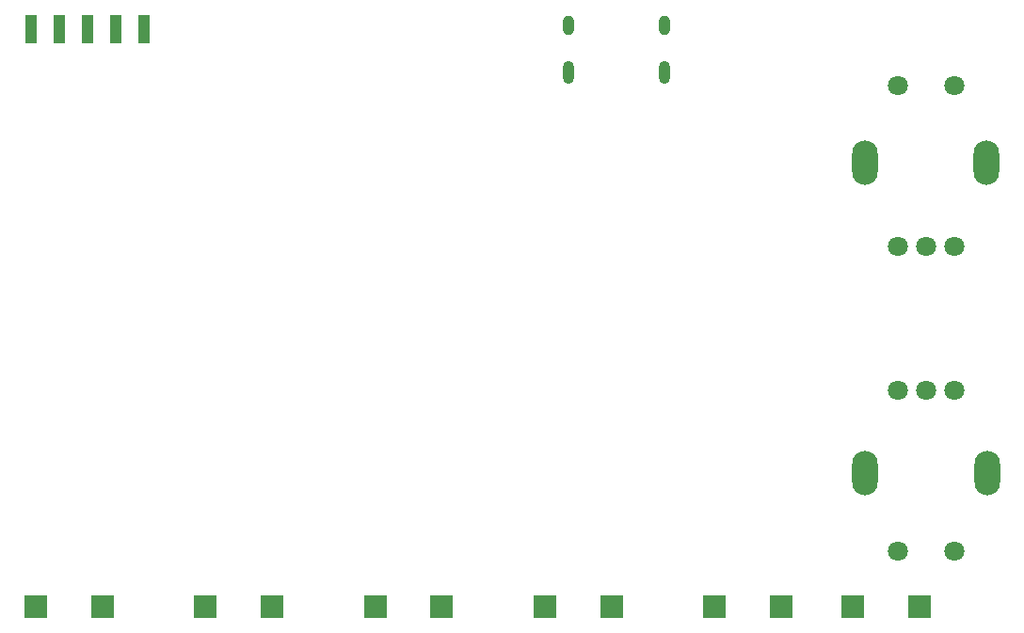
<source format=gbr>
%TF.GenerationSoftware,KiCad,Pcbnew,9.0.0*%
%TF.CreationDate,2025-04-11T20:43:28+08:00*%
%TF.ProjectId,wgr,7767722e-6b69-4636-9164-5f7063625858,rev?*%
%TF.SameCoordinates,Original*%
%TF.FileFunction,Soldermask,Top*%
%TF.FilePolarity,Negative*%
%FSLAX46Y46*%
G04 Gerber Fmt 4.6, Leading zero omitted, Abs format (unit mm)*
G04 Created by KiCad (PCBNEW 9.0.0) date 2025-04-11 20:43:28*
%MOMM*%
%LPD*%
G01*
G04 APERTURE LIST*
%ADD10R,2.100000X2.000000*%
%ADD11O,2.300000X4.000000*%
%ADD12C,1.800000*%
%ADD13R,1.000000X2.500000*%
%ADD14O,1.000000X1.800000*%
%ADD15O,1.000000X2.100000*%
G04 APERTURE END LIST*
D10*
%TO.C,SW6*%
X232650000Y-38327000D03*
X238650000Y-38327000D03*
%TD*%
D11*
%TO.C,SW9*%
X244675500Y1570000D03*
X233675500Y1570000D03*
D12*
X236635500Y-5930000D03*
X241715500Y-5930000D03*
X239175500Y-5930000D03*
X236635500Y8570000D03*
X241715500Y8570000D03*
%TD*%
D13*
%TO.C,J2*%
X158700000Y13625000D03*
X161240000Y13625000D03*
X163780000Y13625000D03*
X166320000Y13625000D03*
X168860000Y13625000D03*
%TD*%
D10*
%TO.C,SW1*%
X159150000Y-38381000D03*
X165150000Y-38381000D03*
%TD*%
%TO.C,SW2*%
X174400000Y-38381000D03*
X180400000Y-38381000D03*
%TD*%
%TO.C,SW3*%
X189650000Y-38381000D03*
X195650000Y-38381000D03*
%TD*%
D11*
%TO.C,SW10*%
X233724500Y-26370000D03*
X244724500Y-26370000D03*
D12*
X241764500Y-18870000D03*
X236684500Y-18870000D03*
X239224500Y-18870000D03*
X241764500Y-33370000D03*
X236684500Y-33370000D03*
%TD*%
D10*
%TO.C,SW5*%
X220150000Y-38381000D03*
X226150000Y-38381000D03*
%TD*%
%TO.C,SW4*%
X204900000Y-38381000D03*
X210900000Y-38381000D03*
%TD*%
D14*
%TO.C,J1*%
X207025000Y13950000D03*
D15*
X207025000Y9750000D03*
D14*
X215665000Y13950000D03*
D15*
X215665000Y9750000D03*
%TD*%
M02*

</source>
